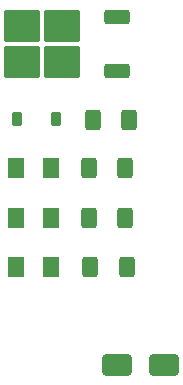
<source format=gtp>
%TF.GenerationSoftware,KiCad,Pcbnew,8.0.0*%
%TF.CreationDate,2024-06-28T13:29:57-04:00*%
%TF.ProjectId,myBaseBoardDesignv1,6d794261-7365-4426-9f61-726444657369,rev?*%
%TF.SameCoordinates,Original*%
%TF.FileFunction,Paste,Top*%
%TF.FilePolarity,Positive*%
%FSLAX46Y46*%
G04 Gerber Fmt 4.6, Leading zero omitted, Abs format (unit mm)*
G04 Created by KiCad (PCBNEW 8.0.0) date 2024-06-28 13:29:57*
%MOMM*%
%LPD*%
G01*
G04 APERTURE LIST*
G04 Aperture macros list*
%AMRoundRect*
0 Rectangle with rounded corners*
0 $1 Rounding radius*
0 $2 $3 $4 $5 $6 $7 $8 $9 X,Y pos of 4 corners*
0 Add a 4 corners polygon primitive as box body*
4,1,4,$2,$3,$4,$5,$6,$7,$8,$9,$2,$3,0*
0 Add four circle primitives for the rounded corners*
1,1,$1+$1,$2,$3*
1,1,$1+$1,$4,$5*
1,1,$1+$1,$6,$7*
1,1,$1+$1,$8,$9*
0 Add four rect primitives between the rounded corners*
20,1,$1+$1,$2,$3,$4,$5,0*
20,1,$1+$1,$4,$5,$6,$7,0*
20,1,$1+$1,$6,$7,$8,$9,0*
20,1,$1+$1,$8,$9,$2,$3,0*%
G04 Aperture macros list end*
%ADD10RoundRect,0.250000X1.000000X0.650000X-1.000000X0.650000X-1.000000X-0.650000X1.000000X-0.650000X0*%
%ADD11RoundRect,0.250000X-0.400000X-0.625000X0.400000X-0.625000X0.400000X0.625000X-0.400000X0.625000X0*%
%ADD12RoundRect,0.250000X0.850000X0.350000X-0.850000X0.350000X-0.850000X-0.350000X0.850000X-0.350000X0*%
%ADD13RoundRect,0.250000X1.275000X1.125000X-1.275000X1.125000X-1.275000X-1.125000X1.275000X-1.125000X0*%
%ADD14RoundRect,0.250000X0.400000X0.625000X-0.400000X0.625000X-0.400000X-0.625000X0.400000X-0.625000X0*%
%ADD15RoundRect,0.225000X-0.225000X-0.375000X0.225000X-0.375000X0.225000X0.375000X-0.225000X0.375000X0*%
%ADD16RoundRect,0.250001X-0.462499X-0.624999X0.462499X-0.624999X0.462499X0.624999X-0.462499X0.624999X0*%
G04 APERTURE END LIST*
D10*
%TO.C,D5*%
X87000000Y-148250000D03*
X83000000Y-148250000D03*
%TD*%
D11*
%TO.C,R1*%
X80974000Y-127508000D03*
X84074000Y-127508000D03*
%TD*%
D12*
%TO.C,Q2*%
X82984000Y-123310000D03*
D13*
X78359000Y-122555000D03*
X78359000Y-119505000D03*
X75009000Y-122555000D03*
X75009000Y-119505000D03*
D12*
X82984000Y-118750000D03*
%TD*%
D14*
%TO.C,R4*%
X83719000Y-135763000D03*
X80619000Y-135763000D03*
%TD*%
D15*
%TO.C,D1*%
X74551000Y-127381000D03*
X77851000Y-127381000D03*
%TD*%
D16*
%TO.C,D3*%
X74484500Y-139954000D03*
X77459500Y-139954000D03*
%TD*%
%TO.C,D4*%
X74484500Y-135763000D03*
X77459500Y-135763000D03*
%TD*%
%TO.C,D2*%
X74495000Y-131572000D03*
X77470000Y-131572000D03*
%TD*%
D14*
%TO.C,R2*%
X83719000Y-131572000D03*
X80619000Y-131572000D03*
%TD*%
%TO.C,R3*%
X83846000Y-139954000D03*
X80746000Y-139954000D03*
%TD*%
M02*

</source>
